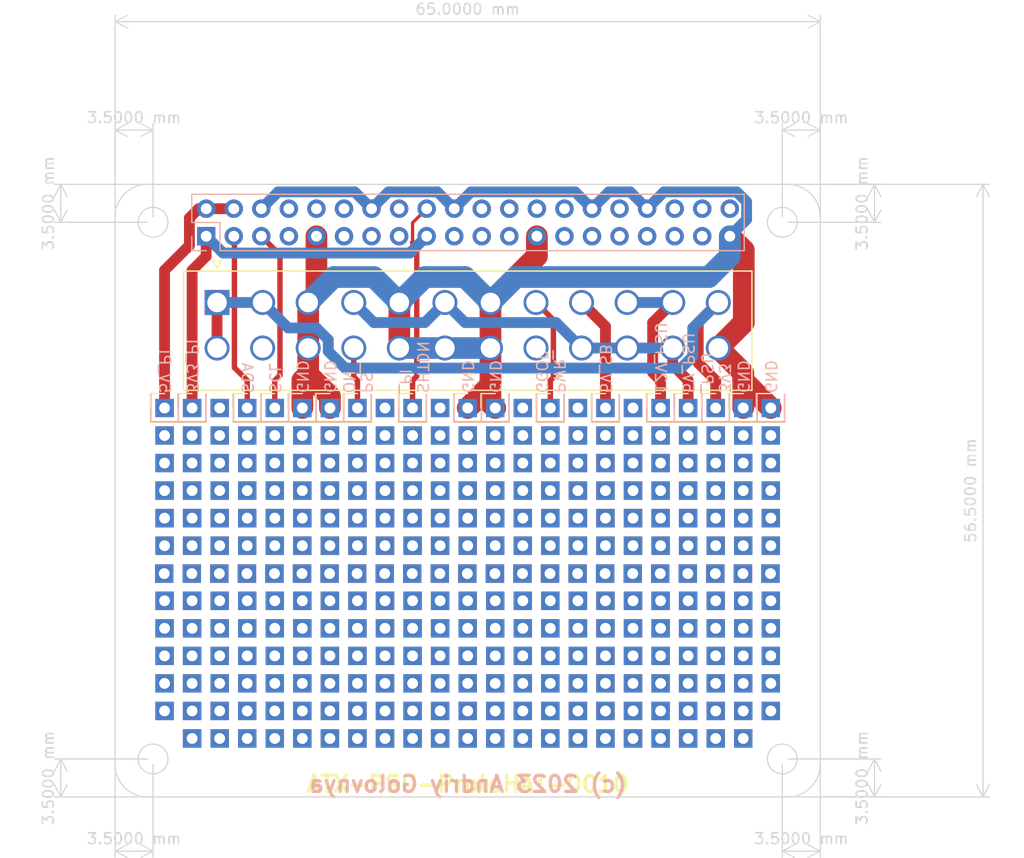
<source format=kicad_pcb>
(kicad_pcb (version 20221018) (generator pcbnew)
  (title_block (title "ATX-PSU-ProtoHAT-0010") (date "2023-05-07") (rev "1.0") (company "(c) 2023 Andriy Golovnya") (comment 1 "ATX PSU Protoboard"))
  (layers (0 "F.Cu" signal) (31 "B.Cu" signal) (34 "B.Paste" user) (35 "F.Paste" user) (36 "B.SilkS" user "B.Silkscreen") (37 "F.SilkS" user "F.Silkscreen") (38 "B.Mask" user) (39 "F.Mask" user) (44 "Edge.Cuts" user))
  (net 0 "")
  (net 1 "+3V3_PI")
  (net 2 "+5V_PI")
  (net 3 "SDA_PI")
  (net 4 "SCL_PI")
  (net 5 "GND")
  (net 14 "SHUTDOWN_PI")
  (net 32 "+3V3_PSU")
  (net 33 "+5V_PSU")
  (net 34 "POWER_GOOD")
  (net 35 "+5V_SB")
  (net 36 "+12V_PSU")
  (net 37 "-12V_PSU")
  (net 38 "PS_ON")
  (footprint "" (layer "F.Cu") (at 142.24 124.46)
    (fp_text reference "")
    (fp_text value "")
  )
  (footprint "" (layer "F.Cu") (at 149.86 96.52)
    (fp_text reference "")
    (fp_text value "")
  )
  (footprint "" (layer "F.Cu") (at 175.26 99.06)
    (fp_text reference "")
    (fp_text value "")
  )
  (footprint "" (layer "F.Cu") (at 172.690674 109.253119)
    (fp_text reference "")
    (fp_text value "")
  )
  (footprint "" (layer "F.Cu") (at 124.46 96.52)
    (fp_text reference "")
    (fp_text value "")
  )
  (footprint "Connector_PinHeader_2.54mm:PinHeader_1x01_P2.54mm_Vertical" (layer "F.Cu") (at 177.8 93.98)
    (fp_text reference "J19" hide)
    (fp_text value "GND" hide)
  )
  (footprint "" (layer "F.Cu") (at 160.02 119.38)
    (fp_text reference "")
    (fp_text value "")
  )
  (footprint "" (layer "F.Cu") (at 152.4 111.76)
    (fp_text reference "")
    (fp_text value "")
  )
  (footprint "" (layer "F.Cu") (at 144.78 111.76)
    (fp_text reference "")
    (fp_text value "")
  )
  (footprint "Connector_PinHeader_2.54mm:PinHeader_1x01_P2.54mm_Vertical" (layer "F.Cu") (at 154.94 93.98)
    (fp_text reference "J10" hide)
    (fp_text value "GND" hide)
  )
  (footprint "" (layer "F.Cu") (at 154.910674 109.253119)
    (fp_text reference "")
    (fp_text value "")
  )
  (footprint "" (layer "F.Cu") (at 152.4 116.84)
    (fp_text reference "")
    (fp_text value "")
  )
  (footprint "" (layer "F.Cu") (at 165.1 101.6)
    (fp_text reference "")
    (fp_text value "")
  )
  (footprint "" (layer "F.Cu") (at 129.54 104.14)
    (fp_text reference "")
    (fp_text value "")
  )
  (footprint "" (layer "F.Cu") (at 127 106.68)
    (fp_text reference "")
    (fp_text value "")
  )
  (footprint "" (layer "F.Cu") (at 177.8 96.52)
    (fp_text reference "")
    (fp_text value "")
  )
  (footprint "" (layer "F.Cu") (at 167.64 104.14)
    (fp_text reference "")
    (fp_text value "")
  )
  (footprint "" (layer "F.Cu") (at 160.02 99.06)
    (fp_text reference "")
    (fp_text value "")
  )
  (footprint "" (layer "F.Cu") (at 177.8 114.3)
    (fp_text reference "")
    (fp_text value "")
  )
  (footprint "" (layer "F.Cu") (at 147.32 114.3)
    (fp_text reference "")
    (fp_text value "")
  )
  (footprint "" (layer "F.Cu") (at 149.86 106.68)
    (fp_text reference "")
    (fp_text value "")
  )
  (footprint "" (layer "F.Cu") (at 139.7 101.6)
    (fp_text reference "")
    (fp_text value "")
  )
  (footprint "" (layer "F.Cu") (at 162.56 99.06)
    (fp_text reference "")
    (fp_text value "")
  )
  (footprint "" (layer "F.Cu") (at 147.32 96.52)
    (fp_text reference "")
    (fp_text value "")
  )
  (footprint "" (layer "F.Cu") (at 180.310674 109.253119)
    (fp_text reference "")
    (fp_text value "")
  )
  (footprint "" (layer "F.Cu") (at 170.18 96.52)
    (fp_text reference "")
    (fp_text value "")
  )
  (footprint "" (layer "F.Cu") (at 144.78 104.14)
    (fp_text reference "")
    (fp_text value "")
  )
  (footprint "" (layer "F.Cu") (at 149.86 114.3)
    (fp_text reference "")
    (fp_text value "")
  )
  (footprint "" (layer "F.Cu") (at 124.46 114.3)
    (fp_text reference "")
    (fp_text value "")
  )
  (footprint "" (layer "F.Cu") (at 154.94 99.06)
    (fp_text reference "")
    (fp_text value "")
  )
  (footprint "" (layer "F.Cu") (at 172.72 116.84)
    (fp_text reference "")
    (fp_text value "")
  )
  (footprint "" (layer "F.Cu") (at 165.1 104.14)
    (fp_text reference "")
    (fp_text value "")
  )
  (footprint "" (layer "F.Cu") (at 152.370674 109.253119)
    (fp_text reference "")
    (fp_text value "")
  )
  (footprint "" (layer "F.Cu") (at 162.56 114.3)
    (fp_text reference "")
    (fp_text value "")
  )
  (footprint "" (layer "F.Cu") (at 154.94 114.3)
    (fp_text reference "")
    (fp_text value "")
  )
  (footprint "" (layer "F.Cu") (at 144.78 99.06)
    (fp_text reference "")
    (fp_text value "")
  )
  (footprint "" (layer "F.Cu") (at 157.48 124.46)
    (fp_text reference "")
    (fp_text value "")
  )
  (footprint "" (layer "F.Cu") (at 124.430674 109.253119)
    (fp_text reference "")
    (fp_text value "")
  )
  (footprint "" (layer "F.Cu") (at 134.62 101.6)
    (fp_text reference "")
    (fp_text value "")
  )
  (footprint "" (layer "F.Cu") (at 165.1 99.06)
    (fp_text reference "")
    (fp_text value "")
  )
  (footprint "" (layer "F.Cu") (at 160.02 104.14)
    (fp_text reference "")
    (fp_text value "")
  )
  (footprint "" (layer "F.Cu") (at 177.8 111.76)
    (fp_text reference "")
    (fp_text value "")
  )
  (footprint "" (layer "F.Cu") (at 165.1 116.84)
    (fp_text reference "")
    (fp_text value "")
  )
  (footprint "" (layer "F.Cu") (at 139.7 114.3)
    (fp_text reference "")
    (fp_text value "")
  )
  (footprint "" (layer "F.Cu") (at 134.62 124.46)
    (fp_text reference "")
    (fp_text value "")
  )
  (footprint "ATX-PSU-ProtoHAT:MOLEX_462071024" (layer "F.Cu") (at 129.3 84.25 180)
    (fp_text reference "J11" hide)
    (fp_text value "PSU_CONN" hide)
  )
  (footprint "Connector_PinHeader_2.54mm:PinHeader_1x01_P2.54mm_Vertical" (layer "F.Cu") (at 132.08 93.98)
    (fp_text reference "J4" hide)
    (fp_text value "SDA_PI" hide)
  )
  (footprint "" (layer "F.Cu") (at 124.46 119.38)
    (fp_text reference "")
    (fp_text value "")
  )
  (footprint "" (layer "F.Cu") (at 162.56 121.92)
    (fp_text reference "")
    (fp_text value "")
  )
  (footprint "Connector_PinHeader_2.54mm:PinHeader_1x01_P2.54mm_Vertical" (layer "F.Cu") (at 180.34 93.98)
    (fp_text reference "J18" hide)
    (fp_text value "GND" hide)
  )
  (footprint "" (layer "F.Cu") (at 132.08 116.84)
    (fp_text reference "")
    (fp_text value "")
  )
  (footprint "" (layer "F.Cu") (at 172.72 114.3)
    (fp_text reference "")
    (fp_text value "")
  )
  (footprint "" (layer "F.Cu") (at 165.070674 109.253119)
    (fp_text reference "")
    (fp_text value "")
  )
  (footprint "" (layer "F.Cu") (at 142.24 111.76)
    (fp_text reference "")
    (fp_text value "")
  )
  (footprint "" (layer "F.Cu") (at 172.72 104.14)
    (fp_text reference "")
    (fp_text value "")
  )
  (footprint "" (layer "F.Cu") (at 167.64 121.92)
    (fp_text reference "")
    (fp_text value "")
  )
  (footprint "" (layer "F.Cu") (at 124.46 106.68)
    (fp_text reference "")
    (fp_text value "")
  )
  (footprint "Connector_PinHeader_2.54mm:PinHeader_1x01_P2.54mm_Vertical" (layer "F.Cu") (at 175.26 93.98)
    (fp_text reference "J12" hide)
    (fp_text value "3V3_PSU" hide)
  )
  (footprint "" (layer "F.Cu") (at 180.34 121.92)
    (fp_text reference "")
    (fp_text value "")
  )
  (footprint "" (layer "F.Cu") (at 142.24 119.38)
    (fp_text reference "")
    (fp_text value "")
  )
  (footprint "" (layer "F.Cu") (at 137.16 99.06)
    (fp_text reference "")
    (fp_text value "")
  )
  (footprint "" (layer "F.Cu") (at 165.1 106.68)
    (fp_text reference "")
    (fp_text value "")
  )
  (footprint "" (layer "F.Cu") (at 162.56 116.84)
    (fp_text reference "")
    (fp_text value "")
  )
  (footprint "" (layer "F.Cu") (at 127 96.52)
    (fp_text reference "")
    (fp_text value "")
  )
  (footprint "" (layer "F.Cu") (at 160.02 96.52)
    (fp_text reference "")
    (fp_text value "")
  )
  (footprint "" (layer "F.Cu") (at 157.48 116.84)
    (fp_text reference "")
    (fp_text value "")
  )
  (footprint "" (layer "F.Cu") (at 157.48 101.6)
    (fp_text reference "")
    (fp_text value "")
  )
  (footprint "" (layer "F.Cu") (at 172.72 96.52)
    (fp_text reference "")
    (fp_text value "")
  )
  (footprint "Connector_PinHeader_2.54mm:PinHeader_1x01_P2.54mm_Vertical" (layer "F.Cu") (at 142.24 93.98)
    (fp_text reference "J17" hide)
    (fp_text value "PS_ON" hide)
  )
  (footprint "" (layer "F.Cu") (at 157.48 119.38)
    (fp_text reference "")
    (fp_text value "")
  )
  (footprint "" (layer "F.Cu") (at 175.26 114.3)
    (fp_text reference "")
    (fp_text value "")
  )
  (footprint "" (layer "F.Cu") (at 167.64 119.38)
    (fp_text reference "")
    (fp_text value "")
  )
  (footprint "" (layer "F.Cu") (at 149.86 124.46)
    (fp_text reference "")
    (fp_text value "")
  )
  (footprint "" (layer "F.Cu") (at 144.78 121.92)
    (fp_text reference "")
    (fp_text value "")
  )
  (footprint "" (layer "F.Cu") (at 132.08 96.52)
    (fp_text reference "")
    (fp_text value "")
  )
  (footprint "" (layer "F.Cu") (at 162.56 106.68)
    (fp_text reference "")
    (fp_text value "")
  )
  (footprint "" (layer "F.Cu") (at 154.94 101.6)
    (fp_text reference "")
    (fp_text value "")
  )
  (footprint "" (layer "F.Cu") (at 175.26 104.14)
    (fp_text reference "")
    (fp_text value "")
  )
  (footprint "" (layer "F.Cu") (at 149.86 119.38)
    (fp_text reference "")
    (fp_text value "")
  )
  (footprint "Connector_PinHeader_2.54mm:PinHeader_1x01_P2.54mm_Vertical" (layer "F.Cu") (at 139.7 93.98)
    (fp_text reference "J8" hide)
    (fp_text value "GND" hide)
  )
  (footprint "" (layer "F.Cu") (at 132.08 104.14)
    (fp_text reference "")
    (fp_text value "")
  )
  (footprint "" (layer "F.Cu") (at 167.64 99.06)
    (fp_text reference "")
    (fp_text value "")
  )
  (footprint "" (layer "F.Cu") (at 180.34 99.06)
    (fp_text reference "")
    (fp_text value "")
  )
  (footprint "" (layer "F.Cu") (at 152.4 121.92)
    (fp_text reference "")
    (fp_text value "")
  )
  (footprint "" (layer "F.Cu") (at 157.48 121.92)
    (fp_text reference "")
    (fp_text value "")
  )
  (footprint "" (layer "F.Cu") (at 142.24 104.14)
    (fp_text reference "")
    (fp_text value "")
  )
  (footprint "" (layer "F.Cu") (at 175.26 121.92)
    (fp_text reference "")
    (fp_text value "")
  )
  (footprint "" (layer "F.Cu") (at 134.62 121.92)
    (fp_text reference "")
    (fp_text value "")
  )
  (footprint "" (layer "F.Cu") (at 157.48 96.52)
    (fp_text reference "")
    (fp_text value "")
  )
  (footprint "" (layer "F.Cu") (at 127 124.46)
    (fp_text reference "")
    (fp_text value "")
  )
  (footprint "" (layer "F.Cu") (at 139.670674 109.253119)
    (fp_text reference "")
    (fp_text value "")
  )
  (footprint "" (layer "F.Cu") (at 134.62 96.52)
    (fp_text reference "")
    (fp_text value "")
  )
  (footprint "" (layer "F.Cu") (at 144.78 114.3)
    (fp_text reference "")
    (fp_text value "")
  )
  (footprint "Connector_PinHeader_2.54mm:PinHeader_1x01_P2.54mm_Vertical" (layer "F.Cu") (at 152.4 93.98)
    (fp_text reference "J9" hide)
    (fp_text value "GND" hide)
  )
  (footprint "" (layer "F.Cu") (at 142.24 116.84)
    (fp_text reference "")
    (fp_text value "")
  )
  (footprint "" (layer "F.Cu") (at 129.54 106.68)
    (fp_text reference "")
    (fp_text value "")
  )
  (footprint "" (layer "F.Cu") (at 180.34 104.14)
    (fp_text reference "")
    (fp_text value "")
  )
  (footprint "" (layer "F.Cu") (at 154.94 124.46)
    (fp_text reference "")
    (fp_text value "")
  )
  (footprint "" (layer "F.Cu") (at 139.7 124.46)
    (fp_text reference "")
    (fp_text value "")
  )
  (footprint "" (layer "F.Cu") (at 172.72 119.38)
    (fp_text reference "")
    (fp_text value "")
  )
  (footprint "" (layer "F.Cu") (at 149.830674 109.253119)
    (fp_text reference "")
    (fp_text value "")
  )
  (footprint "" (layer "F.Cu") (at 175.26 116.84)
    (fp_text reference "")
    (fp_text value "")
  )
  (footprint "" (layer "F.Cu") (at 160.02 121.92)
    (fp_text reference "")
    (fp_text value "")
  )
  (footprint "" (layer "F.Cu") (at 154.94 121.92)
    (fp_text reference "")
    (fp_text value "")
  )
  (footprint "" (layer "F.Cu") (at 152.4 119.38)
    (fp_text reference "")
    (fp_text value "")
  )
  (footprint "" (layer "F.Cu") (at 144.78 101.6)
    (fp_text reference "")
    (fp_text value "")
  )
  (footprint "" (layer "F.Cu") (at 180.34 96.52)
    (fp_text reference "")
    (fp_text value "")
  )
  (footprint "" (layer "F.Cu") (at 177.8 124.46)
    (fp_text reference "")
    (fp_text value "")
  )
  (footprint "" (layer "F.Cu") (at 157.48 104.14)
    (fp_text reference "")
    (fp_text value "")
  )
  (footprint "" (layer "F.Cu") (at 175.26 119.38)
    (fp_text reference "")
    (fp_text value "")
  )
  (footprint "" (layer "F.Cu") (at 124.46 116.84)
    (fp_text reference "")
    (fp_text value "")
  )
  (footprint "" (layer "F.Cu") (at 177.770674 109.253119)
    (fp_text reference "")
    (fp_text value "")
  )
  (footprint "" (layer "F.Cu") (at 139.7 119.38)
    (fp_text reference "")
    (fp_text value "")
  )
  (footprint "Connector_PinHeader_2.54mm:PinHeader_1x01_P2.54mm_Vertical" (layer "F.Cu") (at 160.02 93.98)
    (fp_text reference "J16" hide)
    (fp_text value "POWER_GOOD" hide)
  )
  (footprint "" (layer "F.Cu") (at 154.94 116.84)
    (fp_text reference "")
    (fp_text value "")
  )
  (footprint "" (layer "F.Cu") (at 152.4 104.14)
    (fp_text reference "")
    (fp_text value "")
  )
  (footprint "" (layer "F.Cu") (at 137.16 116.84)
    (fp_text reference "")
    (fp_text value "")
  )
  (footprint "" (layer "F.Cu") (at 139.7 104.14)
    (fp_text reference "")
    (fp_text value "")
  )
  (footprint "" (layer "F.Cu") (at 129.54 111.76)
    (fp_text reference "")
    (fp_text value "")
  )
  (footprint "" (layer "F.Cu") (at 180.34 101.6)
    (fp_text reference "")
    (fp_text value "")
  )
  (footprint "" (layer "F.Cu") (at 127 111.76)
    (fp_text reference "")
    (fp_text value "")
  )
  (footprint "" (layer "F.Cu") (at 129.54 116.84)
    (fp_text reference "")
    (fp_text value "")
  )
  (footprint "" (layer "F.Cu") (at 175.26 111.76)
    (fp_text reference "")
    (fp_text value "")
  )
  (footprint "" (layer "F.Cu") (at 165.1 96.52)
    (fp_text reference "")
    (fp_text value "")
  )
  (footprint "" (layer "F.Cu") (at 157.48 99.06)
    (fp_text reference "")
    (fp_text value "")
  )
  (footprint "" (layer "F.Cu") (at 177.8 104.14)
    (fp_text reference "")
    (fp_text value "")
  )
  (footprint "" (layer "F.Cu") (at 134.62 106.68)
    (fp_text reference "")
    (fp_text value "")
  )
  (footprint "" (layer "F.Cu") (at 137.16 96.52)
    (fp_text reference "")
    (fp_text value "")
  )
  (footprint "" (layer "F.Cu") (at 177.8 106.68)
    (fp_text reference "")
    (fp_text value "")
  )
  (footprint "" (layer "F.Cu") (at 160.02 111.76)
    (fp_text reference "")
    (fp_text value "")
  )
  (footprint "" (layer "F.Cu") (at 172.72 111.76)
    (fp_text reference "")
    (fp_text value "")
  )
  (footprint "" (layer "F.Cu") (at 159.990674 109.253119)
    (fp_text reference "")
    (fp_text value "")
  )
  (footprint "Connector_PinHeader_2.54mm:PinHeader_1x01_P2.54mm_Vertical" (layer "F.Cu") (at 165.1 93.98)
    (fp_text reference "J14" hide)
    (fp_text value "5V_SB" hide)
  )
  (footprint "" (layer "F.Cu") (at 147.290674 109.253119)
    (fp_text reference "")
    (fp_text value "")
  )
  (footprint "" (layer "F.Cu") (at 142.210674 109.253119)
    (fp_text reference "")
    (fp_text value "")
  )
  (footprint "" (layer "F.Cu") (at 134.62 114.3)
    (fp_text reference "")
    (fp_text value "")
  )
  (footprint "" (layer "F.Cu") (at 144.78 116.84)
    (fp_text reference "")
    (fp_text value "")
  )
  (footprint "" (layer "F.Cu") (at 177.8 121.92)
    (fp_text reference "")
    (fp_text value "")
  )
  (footprint "" (layer "F.Cu") (at 132.08 124.46)
    (fp_text reference "")
    (fp_text value "")
  )
  (footprint "" (layer "F.Cu") (at 170.18 101.6)
    (fp_text reference "")
    (fp_text value "")
  )
  (footprint "" (layer "F.Cu") (at 165.1 119.38)
    (fp_text reference "")
    (fp_text value "")
  )
  (footprint "" (layer "F.Cu") (at 157.48 93.98)
    (fp_text reference "")
    (fp_text value "")
  )
  (footprint "" (layer "F.Cu") (at 180.34 106.68)
    (fp_text reference "")
    (fp_text value "")
  )
  (footprint "" (layer "F.Cu") (at 139.7 116.84)
    (fp_text reference "")
    (fp_text value "")
  )
  (footprint "" (layer "F.Cu") (at 134.62 99.06)
    (fp_text reference "")
    (fp_text value "")
  )
  (footprint "" (layer "F.Cu") (at 170.18 124.46)
    (fp_text reference "")
    (fp_text value "")
  )
  (footprint "" (layer "F.Cu") (at 149.86 116.84)
    (fp_text reference "")
    (fp_text value "")
  )
  (footprint "" (layer "F.Cu") (at 165.1 114.3)
    (fp_text reference "")
    (fp_text value "")
  )
  (footprint "" (layer "F.Cu") (at 132.08 121.92)
    (fp_text reference "")
    (fp_text value "")
  )
  (footprint "" (layer "F.Cu") (at 149.86 104.14)
    (fp_text reference "")
    (fp_text value "")
  )
  (footprint "" (layer "F.Cu") (at 170.18 114.3)
    (fp_text reference "")
    (fp_text value "")
  )
  (footprint "" (layer "F.Cu") (at 139.7 121.92)
    (fp_text reference "")
    (fp_text value "")
  )
  (footprint "" (layer "F.Cu") (at 170.150674 109.253119)
    (fp_text reference "")
    (fp_text value "")
  )
  (footprint "" (layer "F.Cu") (at 129.54 96.52)
    (fp_text reference "")
    (fp_text value "")
  )
  (footprint "" (layer "F.Cu") (at 180.34 116.84)
    (fp_text reference "")
    (fp_text value "")
  )
  (footprint "" (layer "F.Cu") (at 149.86 111.76)
    (fp_text reference "")
    (fp_text value "")
  )
  (footprint "" (layer "F.Cu") (at 162.56 101.6)
    (fp_text reference "")
    (fp_text value "")
  )
  (footprint "" (layer "F.Cu") (at 167.64 116.84)
    (fp_text reference "")
    (fp_text value "")
  )
  (footprint "" (layer "F.Cu") (at 149.86 93.98)
    (fp_text reference "")
    (fp_text value "")
  )
  (footprint "" (layer "F.Cu") (at 152.4 114.3)
    (fp_text reference "")
    (fp_text value "")
  )
  (footprint "" (layer "F.Cu") (at 147.32 111.76)
    (fp_text reference "")
    (fp_text value "")
  )
  (footprint "" (layer "F.Cu") (at 172.72 99.06)
    (fp_text reference "")
    (fp_text value "")
  )
  (footprint "" (layer "F.Cu") (at 147.32 104.14)
    (fp_text reference "")
    (fp_text value "")
  )
  (footprint "" (layer "F.Cu") (at 167.610674 109.253119)
    (fp_text reference "")
    (fp_text value "")
  )
  (footprint "" (layer "F.Cu") (at 152.4 101.6)
    (fp_text reference "")
    (fp_text value "")
  )
  (footprint "" (layer "F.Cu") (at 134.62 119.38)
    (fp_text reference "")
    (fp_text value "")
  )
  (footprint "" (layer "F.Cu") (at 137.16 119.38)
    (fp_text reference "")
    (fp_text value "")
  )
  (footprint "" (layer "F.Cu") (at 152.4 124.46)
    (fp_text reference "")
    (fp_text value "")
  )
  (footprint "" (layer "F.Cu") (at 167.64 124.46)
    (fp_text reference "")
    (fp_text value "")
  )
  (footprint "" (layer "F.Cu") (at 134.590674 109.253119)
    (fp_text reference "")
    (fp_text value "")
  )
  (footprint "" (layer "F.Cu") (at 160.02 101.6)
    (fp_text reference "")
    (fp_text value "")
  )
  (footprint "" (layer "F.Cu") (at 154.94 119.38)
    (fp_text reference "")
    (fp_text value "")
  )
  (footprint "" (layer "F.Cu") (at 180.34 114.3)
    (fp_text reference "")
    (fp_text value "")
  )
  (footprint "" (layer "F.Cu") (at 175.230674 109.253119)
    (fp_text reference "")
    (fp_text value "")
  )
  (footprint "" (layer "F.Cu") (at 132.08 99.06)
    (fp_text reference "")
    (fp_text value "")
  )
  (footprint "" (layer "F.Cu") (at 137.16 114.3)
    (fp_text reference "")
    (fp_text value "")
  )
  (footprint "" (layer "F.Cu") (at 170.18 119.38)
    (fp_text reference "")
    (fp_text value "")
  )
  (footprint "Connector_PinHeader_2.54mm:PinHeader_1x01_P2.54mm_Vertical" (layer "F.Cu") (at 127 93.98)
    (fp_text reference "J2" hide)
    (fp_text value "3V3_PI" hide)
  )
  (footprint "" (layer "F.Cu") (at 162.56 96.52)
    (fp_text reference "")
    (fp_text value "")
  )
  (footprint "" (layer "F.Cu") (at 177.8 99.06)
    (fp_text reference "")
    (fp_text value "")
  )
  (footprint "" (layer "F.Cu") (at 132.08 106.68)
    (fp_text reference "")
    (fp_text value "")
  )
  (footprint "" (layer "F.Cu") (at 126.970674 109.253119)
    (fp_text reference "")
    (fp_text value "")
  )
  (footprint "" (layer "F.Cu") (at 154.94 106.68)
    (fp_text reference "")
    (fp_text value "")
  )
  (footprint "" (layer "F.Cu") (at 132.050674 109.253119)
    (fp_text reference "")
    (fp_text value "")
  )
  (footprint "" (layer "F.Cu") (at 152.4 96.52)
    (fp_text reference "")
    (fp_text value "")
  )
  (footprint "" (layer "F.Cu") (at 147.32 119.38)
    (fp_text reference "")
    (fp_text value "")
  )
  (footprint "" (layer "F.Cu") (at 170.18 104.14)
    (fp_text reference "")
    (fp_text value "")
  )
  (footprint "" (layer "F.Cu") (at 132.08 119.38)
    (fp_text reference "")
    (fp_text value "")
  )
  (footprint "" (layer "F.Cu") (at 162.56 124.46)
    (fp_text reference "")
    (fp_text value "")
  )
  (footprint "" (layer "F.Cu") (at 142.24 99.06)
    (fp_text reference "")
    (fp_text value "")
  )
  (footprint "" (layer "F.Cu") (at 177.8 119.38)
    (fp_text reference "")
    (fp_text value "")
  )
  (footprint "" (layer "F.Cu") (at 167.64 111.76)
    (fp_text reference "")
    (fp_text value "")
  )
  (footprint "" (layer "F.Cu") (at 149.86 101.6)
    (fp_text reference "")
    (fp_text value "")
  )
  (footprint "" (layer "F.Cu") (at 154.94 111.76)
    (fp_text reference "")
    (fp_text value "")
  )
  (footprint "" (layer "F.Cu") (at 167.64 114.3)
    (fp_text reference "")
    (fp_text value "")
  )
  (footprint "" (layer "F.Cu") (at 144.78 119.38)
    (fp_text reference "")
    (fp_text value "")
  )
  (footprint "Connector_PinHeader_2.54mm:PinHeader_1x01_P2.54mm_Vertical" (layer "F.Cu") (at 137.16 93.98)
    (fp_text reference "J7" hide)
    (fp_text value "GND" hide)
  )
  (footprint "" (layer "F.Cu") (at 177.8 116.84)
    (fp_text reference "")
    (fp_text value "")
  )
  (footprint "" (layer "F.Cu") (at 175.26 96.52)
    (fp_text reference "")
    (fp_text value "")
  )
  (footprint "" (layer "F.Cu") (at 137.16 121.92)
    (fp_text reference "")
    (fp_text value "")
  )
  (footprint "" (layer "F.Cu") (at 137.16 124.46)
    (fp_text reference "")
    (fp_text value "")
  )
  (footprint "" (layer "F.Cu") (at 137.16 111.76)
    (fp_text reference "")
    (fp_text value "")
  )
  (footprint "" (layer "F.Cu") (at 139.7 106.68)
    (fp_text reference "")
    (fp_text value "")
  )
  (footprint "" (layer "F.Cu") (at 172.72 106.68)
    (fp_text reference "")
    (fp_text value "")
  )
  (footprint "" (layer "F.Cu") (at 129.54 119.38)
    (fp_text reference "")
    (fp_text value "")
  )
  (footprint "" (layer "F.Cu") (at 129.54 124.46)
    (fp_text reference "")
    (fp_text value "")
  )
  (footprint "" (layer "F.Cu") (at 129.54 93.98)
    (fp_text reference "")
    (fp_text value "")
  )
  (footprint "" (layer "F.Cu") (at 124.46 121.92)
    (fp_text reference "")
    (fp_text value "")
  )
  (footprint "" (layer "F.Cu") (at 162.56 111.76)
    (fp_text reference "")
    (fp_text value "")
  )
  (footprint "" (layer "F.Cu") (at 167.64 101.6)
    (fp_text reference "")
    (fp_text value "")
  )
  (footprint "" (layer "F.Cu") (at 147.32 121.92)
    (fp_text reference "")
    (fp_text value "")
  )
  (footprint "" (layer "F.Cu") (at 127 101.6)
    (fp_text reference "")
    (fp_text value "")
  )
  (footprint "" (layer "F.Cu") (at 142.24 114.3)
    (fp_text reference "")
    (fp_text value "")
  )
  (footprint "Connector_PinHeader_2.54mm:PinHeader_1x01_P2.54mm_Vertical" (layer "F.Cu") (at 124.46 93.98)
    (fp_text reference "J3" hide)
    (fp_text value "5V_PI" hide)
  )
  (footprint "" (layer "F.Cu") (at 160.02 114.3)
    (fp_text reference "")
    (fp_text value "")
  )
  (footprint "" (layer "F.Cu") (at 142.24 121.92)
    (fp_text reference "")
    (fp_text value "")
  )
  (footprint "" (layer "F.Cu") (at 172.72 124.46)
    (fp_text reference "")
    (fp_text value "")
  )
  (footprint "" (layer "F.Cu") (at 142.24 101.6)
    (fp_text reference "")
    (fp_text value "")
  )
  (footprint "" (layer "F.Cu") (at 144.78 124.46)
    (fp_text reference "")
    (fp_text value "")
  )
  (footprint "" (layer "F.Cu") (at 170.18 116.84)
    (fp_text reference "")
    (fp_text value "")
  )
  (footprint "Connector_PinHeader_2.54mm:PinHeader_1x01_P2.54mm_Vertical" (layer "F.Cu") (at 172.72 93.98)
    (fp_text reference "J13" hide)
    (fp_text value "5V_PSU" hide)
  )
  (footprint "" (layer "F.Cu") (at 147.32 116.84)
    (fp_text reference "")
    (fp_text value "")
  )
  (footprint "" (layer "F.Cu") (at 170.18 111.76)
    (fp_text reference "")
    (fp_text value "")
  )
  (footprint "" (layer "F.Cu") (at 149.86 99.06)
    (fp_text reference "")
    (fp_text value "")
  )
  (footprint "" (layer "F.Cu") (at 162.56 93.98)
    (fp_text reference "")
    (fp_text value "")
  )
  (footprint "" (layer "F.Cu") (at 167.64 96.52)
    (fp_text reference "")
    (fp_text value "")
  )
  (footprint "" (layer "F.Cu") (at 147.32 106.68)
    (fp_text reference "")
    (fp_text value "")
  )
  (footprint "" (layer "F.Cu") (at 137.16 104.14)
    (fp_text reference "")
    (fp_text value "")
  )
  (footprint "" (layer "F.Cu") (at 167.64 93.98)
    (fp_text reference "")
    (fp_text value "")
  )
  (footprint "Connector_PinHeader_2.54mm:PinHeader_1x01_P2.54mm_Vertical" (layer "F.Cu") (at 170.18 93.98)
    (fp_text reference "J15" hide)
    (fp_text value "12V_PSU" hide)
  )
  (footprint "" (layer "F.Cu") (at 132.08 111.76)
    (fp_text reference "")
    (fp_text value "")
  )
  (footprint "" (layer "F.Cu") (at 157.48 111.76)
    (fp_text reference "")
    (fp_text value "")
  )
  (footprint "" (layer "F.Cu") (at 132.08 101.6)
    (fp_text reference "")
    (fp_text value "")
  )
  (footprint "" (layer "F.Cu") (at 152.4 99.06)
    (fp_text reference "")
    (fp_text value "")
  )
  (footprint "" (layer "F.Cu") (at 170.18 106.68)
    (fp_text reference "")
    (fp_text value "")
  )
  (footprint "" (layer "F.Cu") (at 144.750674 109.253119)
    (fp_text reference "")
    (fp_text value "")
  )
  (footprint "" (layer "F.Cu") (at 134.62 111.76)
    (fp_text reference "")
    (fp_text value "")
  )
  (footprint "" (layer "F.Cu") (at 162.530674 109.253119)
    (fp_text reference "")
    (fp_text value "")
  )
  (footprint "" (layer "F.Cu") (at 154.94 96.52)
    (fp_text reference "")
    (fp_text value "")
  )
  (footprint "" (layer "F.Cu") (at 124.46 111.76)
    (fp_text reference "")
    (fp_text value "")
  )
  (footprint "" (layer "F.Cu") (at 172.72 121.92)
    (fp_text reference "")
    (fp_text value "")
  )
  (footprint "" (layer "F.Cu") (at 127 121.92)
    (fp_text reference "")
    (fp_text value "")
  )
  (footprint "" (layer "F.Cu") (at 175.26 106.68)
    (fp_text reference "")
    (fp_text value "")
  )
  (footprint "Connector_PinHeader_2.54mm:PinHeader_1x01_P2.54mm_Vertical" (layer "F.Cu") (at 134.62 93.98)
    (fp_text reference "J5" hide)
    (fp_text value "SCL_PI" hide)
  )
  (footprint "" (layer "F.Cu") (at 137.16 106.68)
    (fp_text reference "")
    (fp_text value "")
  )
  (footprint "" (layer "F.Cu") (at 175.26 101.6)
    (fp_text reference "")
    (fp_text value "")
  )
  (footprint "" (layer "F.Cu") (at 124.46 104.14)
    (fp_text reference "")
    (fp_text value "")
  )
  (footprint "" (layer "F.Cu") (at 139.7 99.06)
    (fp_text reference "")
    (fp_text value "")
  )
  (footprint "" (layer "F.Cu") (at 127 99.06)
    (fp_text reference "")
    (fp_text value "")
  )
  (footprint "Connector_PinHeader_2.54mm:PinHeader_1x01_P2.54mm_Vertical" (layer "F.Cu") (at 147.32 93.98)
    (fp_text reference "J6" hide)
    (fp_text value "SHUTDOWN_PI" hide)
  )
  (footprint "" (layer "F.Cu") (at 137.16 101.6)
    (fp_text reference "")
    (fp_text value "")
  )
  (footprint "" (layer "F.Cu") (at 165.1 124.46)
    (fp_text reference "")
    (fp_text value "")
  )
  (footprint "" (layer "F.Cu") (at 160.02 124.46)
    (fp_text reference "")
    (fp_text value "")
  )
  (footprint "" (layer "F.Cu") (at 170.18 99.06)
    (fp_text reference "")
    (fp_text value "")
  )
  (footprint "" (layer "F.Cu") (at 144.78 106.68)
    (fp_text reference "")
    (fp_text value "")
  )
  (footprint "" (layer "F.Cu") (at 139.7 111.76)
    (fp_text reference "")
    (fp_text value "")
  )
  (footprint "" (layer "F.Cu") (at 137.130674 109.253119)
    (fp_text reference "")
    (fp_text value "")
  )
  (footprint "" (layer "F.Cu") (at 124.46 99.06)
    (fp_text reference "")
    (fp_text value "")
  )
  (footprint "" (layer "F.Cu") (at 157.450674 109.253119)
    (fp_text reference "")
    (fp_text value "")
  )
  (footprint "" (layer "F.Cu") (at 162.56 119.38)
    (fp_text reference "")
    (fp_text value "")
  )
  (footprint "" (layer "F.Cu") (at 132.08 114.3)
    (fp_text reference "")
    (fp_text value "")
  )
  (footprint "" (layer "F.Cu") (at 129.54 121.92)
    (fp_text reference "")
    (fp_text value "")
  )
  (footprint "" (layer "F.Cu") (at 147.32 101.6)
    (fp_text reference "")
    (fp_text value "")
  )
  (footprint "" (layer "F.Cu") (at 127 104.14)
    (fp_text reference "")
    (fp_text value "")
  )
  (footprint "" (layer "F.Cu") (at 129.54 101.6)
    (fp_text reference "")
    (fp_text value "")
  )
  (footprint "" (layer "F.Cu") (at 167.64 106.68)
    (fp_text reference "")
    (fp_text value "")
  )
  (footprint "" (layer "F.Cu") (at 175.26 124.46)
    (fp_text reference "")
    (fp_text value "")
  )
  (footprint "" (layer "F.Cu") (at 152.4 106.68)
    (fp_text reference "")
    (fp_text value "")
  )
  (footprint "" (layer "F.Cu") (at 142.24 106.68)
    (fp_text reference "")
    (fp_text value "")
  )
  (footprint "" (layer "F.Cu") (at 157.48 114.3)
    (fp_text reference "")
    (fp_text value "")
  )
  (footprint "" (layer "F.Cu") (at 180.34 111.76)
    (fp_text reference "")
    (fp_text value "")
  )
  (footprint "" (layer "F.Cu") (at 129.54 114.3)
    (fp_text reference "")
    (fp_text value "")
  )
  (footprint "" (layer "F.Cu") (at 180.34 119.38)
    (fp_text reference "")
    (fp_text value "")
  )
  (footprint "" (layer "F.Cu") (at 170.18 121.92)
    (fp_text reference "")
    (fp_text value "")
  )
  (footprint "" (layer "F.Cu") (at 147.32 99.06)
    (fp_text reference "")
    (fp_text value "")
  )
  (footprint "" (layer "F.Cu") (at 177.8 101.6)
    (fp_text reference "")
    (fp_text value "")
  )
  (footprint "" (layer "F.Cu") (at 127 116.84)
    (fp_text reference "")
    (fp_text value "")
  )
  (footprint "" (layer "F.Cu") (at 160.02 116.84)
    (fp_text reference "")
    (fp_text value "")
  )
  (footprint "" (layer "F.Cu") (at 142.24 96.52)
    (fp_text reference "")
    (fp_text value "")
  )
  (footprint "" (layer "F.Cu") (at 127 114.3)
    (fp_text reference "")
    (fp_text value "")
  )
  (footprint "" (layer "F.Cu") (at 144.78 93.98)
    (fp_text reference "")
    (fp_text value "")
  )
  (footprint "" (layer "F.Cu") (at 147.32 124.46)
    (fp_text reference "")
    (fp_text value "")
  )
  (footprint "" (layer "F.Cu") (at 162.56 104.14)
    (fp_text reference "")
    (fp_text value "")
  )
  (footprint "" (layer "F.Cu") (at 157.48 106.68)
    (fp_text reference "")
    (fp_text value "")
  )
  (footprint "" (layer "F.Cu") (at 129.510674 109.253119)
    (fp_text reference "")
    (fp_text value "")
  )
  (footprint "" (layer "F.Cu") (at 165.1 121.92)
    (fp_text reference "")
    (fp_text value "")
  )
  (footprint "" (layer "F.Cu") (at 160.02 106.68)
    (fp_text reference "")
    (fp_text value "")
  )
  (footprint "" (layer "F.Cu") (at 172.72 101.6)
    (fp_text reference "")
    (fp_text value "")
  )
  (footprint "" (layer "F.Cu") (at 139.7 96.52)
    (fp_text reference "")
    (fp_text value "")
  )
  (footprint "" (layer "F.Cu") (at 127 119.38)
    (fp_text reference "")
    (fp_text value "")
  )
  (footprint "" (layer "F.Cu") (at 124.46 101.6)
    (fp_text reference "")
    (fp_text value "")
  )
  (footprint "" (layer "F.Cu") (at 129.54 99.06)
    (fp_text reference "")
    (fp_text value "")
  )
  (footprint "" (layer "F.Cu") (at 165.1 111.76)
    (fp_text reference "")
    (fp_text value "")
  )
  (footprint "" (layer "F.Cu") (at 154.94 104.14)
    (fp_text reference "")
    (fp_text value "")
  )
  (footprint "" (layer "F.Cu") (at 134.62 104.14)
    (fp_text reference "")
    (fp_text value "")
  )
  (footprint "" (layer "F.Cu") (at 134.62 116.84)
    (fp_text reference "")
    (fp_text value "")
  )
  (footprint "" (layer "F.Cu") (at 149.86 121.92)
    (fp_text reference "")
    (fp_text value "")
  )
  (footprint "" (layer "F.Cu") (at 144.78 96.52)
    (fp_text reference "")
    (fp_text value "")
  )
  (footprint "Connector_PinSocket_2.54mm:PinSocket_2x20_P2.54mm_Vertical" (layer "B.Cu") (at 128.3 78.14 -90)
    (fp_text reference "J1" hide)
    (fp_text value "PI_CONN" hide)
  )
  (gr_line (start 179.07 92.71) (end 179.07 95.25) (stroke (width 0.15)) (layer "B.SilkS"))
  (gr_line (start 153.67 95.25) (end 153.67 92.71) (stroke (width 0.15)) (layer "B.SilkS"))
  (gr_line (start 166.37 95.25) (end 166.37 92.71) (stroke (width 0.15)) (layer "B.SilkS"))
  (gr_line (start 151.13 95.25) (end 153.67 95.25) (stroke (width 0.15)) (layer "B.SilkS"))
  (gr_line (start 176.53 92.71) (end 176.53 95.25) (stroke (width 0.15)) (layer "B.SilkS"))
  (gr_line (start 128.27 95.25) (end 128.27 92.71) (stroke (width 0.15)) (layer "B.SilkS"))
  (gr_line (start 125.73 95.25) (end 125.73 92.71) (stroke (width 0.15)) (layer "B.SilkS"))
  (gr_line (start 123.19 92.71) (end 123.19 95.25) (stroke (width 0.15)) (layer "B.SilkS"))
  (gr_line (start 161.29 92.71) (end 161.29 95.25) (stroke (width 0.15)) (layer "B.SilkS"))
  (gr_line (start 173.99 92.71) (end 173.99 95.25) (stroke (width 0.15)) (layer "B.SilkS"))
  (gr_line (start 130.81 95.25) (end 143.51 95.25) (stroke (width 0.15)) (layer "B.SilkS"))
  (gr_line (start 181.61 95.25) (end 181.61 92.71) (stroke (width 0.15)) (layer "B.SilkS"))
  (gr_line (start 146.05 92.71) (end 146.05 95.25) (stroke (width 0.15)) (layer "B.SilkS"))
  (gr_line (start 146.05 95.25) (end 148.59 95.25) (stroke (width 0.15)) (layer "B.SilkS"))
  (gr_line (start 140.97 92.71) (end 140.97 95.25) (stroke (width 0.15)) (layer "B.SilkS"))
  (gr_line (start 153.67 95.25) (end 156.21 95.25) (stroke (width 0.15)) (layer "B.SilkS"))
  (gr_line (start 148.59 95.25) (end 148.59 92.71) (stroke (width 0.15)) (layer "B.SilkS"))
  (gr_line (start 158.75 92.71) (end 158.75 95.25) (stroke (width 0.15)) (layer "B.SilkS"))
  (gr_line (start 133.35 92.71) (end 133.35 95.25) (stroke (width 0.15)) (layer "B.SilkS"))
  (gr_line (start 135.89 92.71) (end 135.89 95.25) (stroke (width 0.15)) (layer "B.SilkS"))
  (gr_line (start 151.13 92.71) (end 151.13 95.25) (stroke (width 0.15)) (layer "B.SilkS"))
  (gr_line (start 156.21 95.25) (end 156.21 92.71) (stroke (width 0.15)) (layer "B.SilkS"))
  (gr_line (start 168.91 95.25) (end 181.61 95.25) (stroke (width 0.15)) (layer "B.SilkS"))
  (gr_line (start 163.83 92.71) (end 163.83 95.25) (stroke (width 0.15)) (layer "B.SilkS"))
  (gr_line (start 143.51 95.25) (end 143.51 92.71) (stroke (width 0.15)) (layer "B.SilkS"))
  (gr_line (start 130.81 92.71) (end 130.81 95.25) (stroke (width 0.15)) (layer "B.SilkS"))
  (gr_line (start 163.83 95.25) (end 166.37 95.25) (stroke (width 0.15)) (layer "B.SilkS"))
  (gr_line (start 158.75 95.25) (end 161.29 95.25) (stroke (width 0.15)) (layer "B.SilkS"))
  (gr_line (start 125.73 95.25) (end 128.27 95.25) (stroke (width 0.15)) (layer "B.SilkS"))
  (gr_line (start 123.19 95.25) (end 125.73 95.25) (stroke (width 0.15)) (layer "B.SilkS"))
  (gr_line (start 138.43 92.71) (end 138.43 95.25) (stroke (width 0.15)) (layer "B.SilkS"))
  (gr_line (start 168.91 92.71) (end 168.91 95.25) (stroke (width 0.15)) (layer "B.SilkS"))
  (gr_line (start 171.45 92.71) (end 171.45 95.25) (stroke (width 0.15)) (layer "B.SilkS"))
  (gr_arc (start 122.9 129.85) (mid 120.77868 128.97132) (end 119.9 126.85) (stroke (width 0.1)) (layer "Edge.Cuts"))
  (gr_line (start 184.9 76.35) (end 184.9 126.85) (stroke (width 0.1)) (layer "Edge.Cuts"))
  (gr_line (start 181.9 129.85) (end 122.9 129.85) (stroke (width 0.1)) (layer "Edge.Cuts"))
  (gr_arc (start 184.9 126.85) (mid 184.02132 128.97132) (end 181.9 129.85) (stroke (width 0.1)) (layer "Edge.Cuts"))
  (gr_line (start 122.9 73.35) (end 181.9 73.35) (stroke (width 0.1)) (layer "Edge.Cuts"))
  (gr_circle (center 181.4 76.85) (end 182.775 76.85) (stroke (width 0.1)) (fill none) (layer "Edge.Cuts"))
  (gr_circle (center 123.4 126.35) (end 124.775 126.35) (stroke (width 0.1)) (fill none) (layer "Edge.Cuts"))
  (gr_circle (center 181.4 126.35) (end 182.775 126.35) (stroke (width 0.1)) (fill none) (layer "Edge.Cuts"))
  (gr_circle (center 123.4 76.85) (end 124.775 76.85) (stroke (width 0.1)) (fill none) (layer "Edge.Cuts"))
  (gr_line (start 119.9 126.85) (end 119.9 76.35) (stroke (width 0.1)) (layer "Edge.Cuts"))
  (gr_arc (start 181.9 73.35) (mid 184.02132 74.22868) (end 184.9 76.35) (stroke (width 0.1)) (layer "Edge.Cuts"))
  (gr_arc (start 119.9 76.35) (mid 120.77868 74.22868) (end 122.9 73.35) (stroke (width 0.1)) (layer "Edge.Cuts"))
  (gr_text "5V_PI" (at 124.46 92.71 270) (layer "B.SilkS") (effects (font (size 1 1)) (justify left mirror)))
  (gr_text "SHTDN\n_PI" (at 146.05 92.71 -90) (layer "B.SilkS") (effects (font (size 1 1)) (justify left bottom mirror)))
  (gr_text "SCL" (at 134.62 92.71 270) (layer "B.SilkS") (effects (font (size 1 1)) (justify left mirror)))
  (gr_text "12V_PSU" (at 170.18 92.71 -90) (layer "B.SilkS") (effects (font (size 1 1)) (justify left mirror)))
  (gr_text "PS_\nON" (at 142.24 92.71 270) (layer "B.SilkS") (effects (font (size 1 1)) (justify left mirror)))
  (gr_text "PWR_\nGGOD" (at 160.02 92.71 -90) (layer "B.SilkS") (effects (font (size 1 1)) (justify left mirror)))
  (gr_text "${COMPANY}" (at 152.4 129.54) (layer "B.SilkS") (effects (font (size 1.5 1.5) (thickness 0.3) bold) (justify bottom mirror)))
  (gr_text "3V3_PI" (at 127 92.71 -90) (layer "B.SilkS") (effects (font (size 1 1)) (justify left mirror)))
  (gr_text "GND" (at 137.16 92.71 -90) (layer "B.SilkS") (effects (font (size 1 1)) (justify left mirror)))
  (gr_text "3V3\n_PSU" (at 175.26 92.71 270) (layer "B.SilkS") (effects (font (size 1 1)) (justify left mirror)))
  (gr_text "GND" (at 180.34 92.71 -90) (layer "B.SilkS") (effects (font (size 1 1)) (justify left mirror)))
  (gr_text "GND" (at 139.7 92.71 -90) (layer "B.SilkS") (effects (font (size 1 1)) (justify left mirror)))
  (gr_text "GND" (at 177.8 92.71 -90) (layer "B.SilkS") (effects (font (size 1 1)) (justify left mirror)))
  (gr_text "5V_SB" (at 165.1 92.71 -90) (layer "B.SilkS") (effects (font (size 1 1)) (justify left mirror)))
  (gr_text "5V_PSU" (at 172.72 92.71 -90) (layer "B.SilkS") (effects (font (size 1 1)) (justify left mirror)))
  (gr_text "GND" (at 154.94 92.71 -90) (layer "B.SilkS") (effects (font (size 1 1)) (justify left mirror)))
  (gr_text "SDA" (at 132.08 92.71 270) (layer "B.SilkS") (effects (font (size 1 1)) (justify left mirror)))
  (gr_text "GND" (at 152.4 92.71 -90) (layer "B.SilkS") (effects (font (size 1 1)) (justify left mirror)))
  (gr_text "${TITLE}" (at 152.4 129.54) (layer "F.SilkS") (effects (font (size 1.5 1.5) (thickness 0.3) bold) (justify bottom)))
  (dimension (type aligned) (layer "Edge.Cuts") (pts (xy 184.9 73.35) (xy 184.9 129.85)) (height -15) (gr_text "56.5000 mm" (at 198.75 101.6 90) (layer "Edge.Cuts") (effects (font (size 1 1) (thickness 0.15)))) (format (prefix "") (suffix "") (units 3) (units_format 1) (precision 4)) (style (thickness 0.1) (arrow_length 1.27) (text_position_mode 0) (extension_height 0.58642) (extension_offset 0.5) keep_text_aligned))
  (dimension (type aligned) (layer "Edge.Cuts") (pts (xy 123.4 76.85) (xy 119.9 76.85)) (height 8.5) (gr_text "3.5000 mm" (at 121.65 67.2) (layer "Edge.Cuts") (effects (font (size 1 1) (thickness 0.15)))) (format (prefix "") (suffix "") (units 3) (units_format 1) (precision 4)) (style (thickness 0.1) (arrow_length 1.27) (text_position_mode 0) (extension_height 0.58642) (extension_offset 0.5) keep_text_aligned))
  (dimension (type aligned) (layer "Edge.Cuts") (pts (xy 181.4 76.85) (xy 181.4 73.35)) (height 8.5) (gr_text "3.5000 mm" (at 188.75 75.1 90) (layer "Edge.Cuts") (effects (font (size 1 1) (thickness 0.15)))) (format (prefix "") (suffix "") (units 3) (units_format 1) (precision 4)) (style (thickness 0.1) (arrow_length 1.27) (text_position_mode 0) (extension_height 0.58642) (extension_offset 0.5) keep_text_aligned))
  (dimension (type aligned) (layer "Edge.Cuts") (pts (xy 181.4 126.35) (xy 184.9 126.35)) (height 8.5) (gr_text "3.5000 mm" (at 183.15 133.7) (layer "Edge.Cuts") (effects (font (size 1 1) (thickness 0.15)))) (format (prefix "") (suffix "") (units 3) (units_format 1) (precision 4)) (style (thickness 0.1) (arrow_length 1.27) (text_position_mode 0) (extension_height 0.58642) (extension_offset 0.5) keep_text_aligned))
  (dimension (type aligned) (layer "Edge.Cuts") (pts (xy 123.4 76.85) (xy 123.4 73.35)) (height -8.5) (gr_text "3.5000 mm" (at 113.75 75.1 90) (layer "Edge.Cuts") (effects (font (size 1 1) (thickness 0.15)))) (format (prefix "") (suffix "") (units 3) (units_format 1) (precision 4)) (style (thickness 0.1) (arrow_length 1.27) (text_position_mode 0) (extension_height 0.58642) (extension_offset 0.5) keep_text_aligned))
  (dimension (type aligned) (layer "Edge.Cuts") (pts (xy 181.4 126.35) (xy 181.4 129.85)) (height -8.5) (gr_text "3.5000 mm" (at 188.75 128.1 90) (layer "Edge.Cuts") (effects (font (size 1 1) (thickness 0.15)))) (format (prefix "") (suffix "") (units 3) (units_format 1) (precision 4)) (style (thickness 0.1) (arrow_length 1.27) (text_position_mode 0) (extension_height 0.58642) (extension_offset 0.5) keep_text_aligned))
  (dimension (type aligned) (layer "Edge.Cuts") (pts (xy 123.4 126.35) (xy 119.9 126.35)) (height -8.5) (gr_text "3.5000 mm" (at 121.65 133.7) (layer "Edge.Cuts") (effects (font (size 1 1) (thickness 0.15)))) (format (prefix "") (suffix "") (units 3) (units_format 1) (precision 4)) (style (thickness 0.1) (arrow_length 1.27) (text_position_mode 0) (extension_height 0.58642) (extension_offset 0.5) keep_text_aligned))
  (dimension (type aligned) (layer "Edge.Cuts") (pts (xy 119.9 73.35) (xy 184.9 73.35)) (height -15) (gr_text "65.0000 mm" (at 152.4 57.2) (layer "Edge.Cuts") (effects (font (size 1 1) (thickness 0.15)))) (format (prefix "") (suffix "") (units 3) (units_format 1) (precision 4)) (style (thickness 0.1) (arrow_length 1.27) (text_position_mode 0) (extension_height 0.58642) (extension_offset 0.5) keep_text_aligned))
  (dimension (type aligned) (layer "Edge.Cuts") (pts (xy 123.4 126.35) (xy 123.4 129.85)) (height 8.5) (gr_text "3.5000 mm" (at 113.75 128.1 90) (layer "Edge.Cuts") (effects (font (size 1 1) (thickness 0.15)))) (format (prefix "") (suffix "") (units 3) (units_format 1) (precision 4)) (style (thickness 0.1) (arrow_length 1.27) (text_position_mode 0) (extension_height 0.58642) (extension_offset 0.5) keep_text_aligned))
  (dimension (type aligned) (layer "Edge.Cuts") (pts (xy 181.4 76.85) (xy 184.9 76.85)) (height -8.5) (gr_text "3.5000 mm" (at 183.15 67.2) (layer "Edge.Cuts") (effects (font (size 1 1) (thickness 0.15)))) (format (prefix "") (suffix "") (units 3) (units_format 1) (precision 4)) (style (thickness 0.1) (arrow_length 1.27) (text_position_mode 0) (extension_height 0.58642) (extension_offset 0.5) keep_text_aligned))
  (segment (start 128.3 78.14) (end 128.3 79.98) (width 1) (layer "F.Cu") (net 1))
  (segment (start 127 81.28) (end 127 93.98) (width 1) (layer "F.Cu") (net 1))
  (segment (start 128.3 79.98) (end 127 81.28) (width 1) (layer "F.Cu") (net 1))
  (segment (start 147.07 79.69) (end 129.85 79.69) (width 1) (layer "B.Cu") (net 1))
  (segment (start 129.85 79.69) (end 128.3 78.14) (width 1) (layer "B.Cu") (net 1))
  (segment (start 148.62 78.14) (end 147.07 79.69) (width 1) (layer "B.Cu") (net 1))
  (segment (start 126.75 76.45) (end 126.75 78.99) (width 1) (layer "F.Cu") (net 2))
  (segment (start 124.46 81.28) (end 124.46 93.98) (width 1) (layer "F.Cu") (net 2))
  (segment (start 127.6 75.6) (end 126.75 76.45) (width 1) (layer "F.Cu") (net 2))
  (segment (start 126.75 78.99) (end 124.46 81.28) (width 1) (layer "F.Cu") (net 2))
  (segment (start 130.84 75.6) (end 128.3 75.6) (width 1) (layer "F.Cu") (net 2))
  (segment (start 128.3 75.6) (end 127.6 75.6) (width 1) (layer "F.Cu") (net 2))
  (segment (start 130.9 90.26) (end 132.08 91.44) (width 0.5) (layer "F.Cu") (net 3))
  (segment (start 132.08 91.44) (end 132.08 93.98) (width 0.5) (layer "F.Cu") (net 3))
  (segment (start 130.84 78.14) (end 130.9 78.2) (width 0.5) (layer "F.Cu") (net 3))
  (segment (start 130.9 78.2) (end 130.9 90.26) (width 0.5) (layer "F.Cu") (net 3))
  (segment (start 133.38 78.14) (end 135.1 79.86) (width 0.5) (layer "F.Cu") (net 4))
  (segment (start 135.1 79.86) (end 135.1 90.96) (width 0.5) (layer "F.Cu") (net 4))
  (segment (start 135.1 90.96) (end 134.62 91.44) (width 0.5) (layer "F.Cu") (net 4))
  (segment (start 134.62 91.44) (end 134.62 93.98) (width 0.5) (layer "F.Cu") (net 4))
  (segment (start 158.78 79.97) (end 158.78 78.14) (width 2) (layer "F.Cu") (net 5))
  (segment (start 154.5 88.45) (end 154.5 84.25) (width 2) (layer "F.Cu") (net 5))
  (segment (start 177.8 90.75) (end 177.8 91.44) (width 2) (layer "F.Cu") (net 5))
  (segment (start 154.5 91.88) (end 152.4 93.98) (width 2) (layer "F.Cu") (net 5))
  (segment (start 137.16 91.44) (end 137.16 93.98) (width 2) (layer "F.Cu") (net 5))
  (segment (start 138.46 83.49) (end 138.46 78.14) (width 2) (layer "F.Cu") (net 5))
  (segment (start 139.7 92.9) (end 139.7 93.98) (width 2) (layer "F.Cu") (net 5))
  (segment (start 137.7 88.45) (end 137.7 90.9) (width 2) (layer "F.Cu") (net 5))
  (segment (start 146.1 84.25) (end 146.1 88.45) (width 2) (layer "F.Cu") (net 5))
  (segment (start 175.5 88.45) (end 177.8 90.75) (width 2) (layer "F.Cu") (net 5))
  (segment (start 137.7 84.25) (end 137.7 88.45) (width 2) (layer "F.Cu") (net 5))
  (segment (start 137.7 90.9) (end 139.7 92.9) (width 2) (layer "F.Cu") (net 5))
  (segment (start 137.7 84.25) (end 138.46 83.49) (width 2) (layer "F.Cu") (net 5))
  (segment (start 177.8 91.44) (end 180.34 93.98) (width 2) (layer "F.Cu") (net 5))
  (segment (start 137.7 90.9) (end 137.16 91.44) (width 2) (layer "F.Cu") (net 5))
  (segment (start 176.56 78.14) (end 177.85 79.43) (width 2) (layer "F.Cu") (net 5))
  (segment (start 177.85 86.1) (end 175.5 88.45) (width 2) (layer "F.Cu") (net 5))
  (segment (start 154.5 93.54) (end 154.94 93.98) (width 2) (layer "F.Cu") (net 5))
  (segment (start 154.5 91.44) (end 154.5 91.88) (width 2) (layer "F.Cu") (net 5))
  (segment (start 154.5 88.45) (end 154.5 91.44) (width 2) (layer "F.Cu") (net 5))
  (segment (start 177.8 90.75) (end 177.8 93.98) (width 2) (layer "F.Cu") (net 5))
  (segment (start 177.85 79.43) (end 177.85 86.1) (width 2) (layer "F.Cu") (net 5))
  (segment (start 154.5 91.44) (end 154.5 93.54) (width 2) (layer "F.Cu") (net 5))
  (segment (start 154.5 84.25) (end 158.78 79.97) (width 2) (layer "F.Cu") (net 5))
  (segment (start 143.75 81.9) (end 146.1 84.25) (width 2) (layer "B.Cu") (net 5))
  (segment (start 170.49 74.05) (end 177.202032 74.05) (width 1) (layer "B.Cu") (net 5))
  (segment (start 149.61 74.05) (end 151.16 75.6) (width 1) (layer "B.Cu") (net 5))
  (segment (start 178.11 76.59) (end 176.56 78.14) (width 1) (layer "B.Cu") (net 5))
  (segment (start 137.7 88.45) (end 137.61 88.45) (width 2) (layer "B.Cu") (net 5))
  (segment (start 174.64 81.9) (end 176.56 79.98) (width 2) (layer "B.Cu") (net 5))
  (segment (start 176.56 79.98) (end 176.56 78.14) (width 2) (layer "B.Cu") (net 5))
  (segment (start 146.1 84.25) (end 148.45 81.9) (width 2) (layer "B.Cu") (net 5))
  (segment (start 177.202032 74.05) (end 178.11 74.957968) (width 1) (layer "B.Cu") (net 5))
  (segment (start 148.45 81.9) (end 152.15 81.9) (width 2) (layer "B.Cu") (net 5))
  (segment (start 145.09 74.05) (end 149.61 74.05) (width 1) (layer "B.Cu") (net 5))
  (segment (start 143.54 75.6) (end 145.09 74.05) (width 1) (layer "B.Cu") (net 5))
  (segment (start 134.93 74.05) (end 141.99 74.05) (width 1) (layer "B.Cu") (net 5))
  (segment (start 165.41 74.05) (end 167.39 74.05) (width 1) (layer "B.Cu") (net 5))
  (segment (start 156.85 81.9) (end 174.64 81.9) (width 2) (layer "B.Cu") (net 5))
  (segment (start 152.71 74.05) (end 162.31 74.05) (width 1) (layer "B.Cu") (net 5))
  (segment (start 168.94 75.6) (end 170.49 74.05) (width 1) (layer "B.Cu") (net 5))
  (segment (start 150.3 88.45) (end 154.5 88.45) (width 2) (layer "B.Cu") (net 5))
  (segment (start 133.38 75.6) (end 134.93 74.05) (width 1) (layer "B.Cu") (net 5))
  (segment (start 140.05 81.9) (end 143.75 81.9) (width 2) (layer "B.Cu") (net 5))
  (segment (start 167.39 74.05) (end 168.94 75.6) (width 1) (layer "B.Cu") (net 5))
  (segment (start 141.99 74.05) (end 143.54 75.6) (width 1) (layer "B.Cu") (net 5))
  (segment (start 152.15 81.9) (end 154.5 84.25) (width 2) (layer "B.Cu") (net 5))
  (segment (start 162.31 74.05) (end 163.86 75.6) (width 1) (layer "B.Cu") (net 5))
  (segment (start 137.7 84.25) (end 140.05 81.9) (width 2) (layer "B.Cu") (net 5))
  (segment (start 151.16 75.6) (end 152.71 74.05) (width 1) (layer "B.Cu") (net 5))
  (segment (start 154.5 84.25) (end 156.85 81.9) (width 2) (layer "B.Cu") (net 5))
  (segment (start 163.86 75.6) (end 165.41 74.05) (width 1) (layer "B.Cu") (net 5))
  (segment (start 146.1 88.45) (end 150.3 88.45) (width 2) (layer "B.Cu") (net 5))
  (segment (start 178.11 74.957968) (end 178.11 76.59) (width 1) (layer "B.Cu") (net 5))
  (segment (start 147.706901 79.126901) (end 147.706901 91.053099) (width 0.5) (layer "F.Cu") (net 14))
  (segment (start 147.32 76.9) (end 147.32 78.74) (width 0.3) (layer "F.Cu") (net 14))
  (segment (start 147.32 78.74) (end 147.706901 79.126901) (width 0.5) (layer "F.Cu") (net 14))
  (segment (start 147.706901 91.053099) (end 147.32 91.44) (width 0.5) (layer "F.Cu") (net 14))
  (segment (start 148.62 75.6) (end 147.32 76.9) (width 0.3) (layer "F.Cu") (net 14))
  (segment (start 147.32 91.44) (end 147.32 93.98) (width 0.5) (layer "F.Cu") (net 14))
  (segment (start 173.65 86.1) (end 173.65 89.83) (width 1) (layer "F.Cu") (net 32))
  (segment (start 175.26 91.44) (end 175.26 93.98) (width 1) (layer "F.Cu") (net 32))
  (segment (start 175.5 84.25) (end 173.65 86.1) (width 1) (layer "F.Cu") (net 32))
  (segment (start 173.65 89.83) (end 175.26 91.44) (width 1) (layer "F.Cu") (net 32))
  (segment (start 129.3 84.25) (end 129.3 88.45) (width 1) (layer "F.Cu") (net 32))
  (segment (start 141.1 90.3) (end 139.55 88.75) (width 1) (layer "B.Cu") (net 32))
  (segment (start 133.5 84.25) (end 129.3 84.25) (width 1) (layer "B.Cu") (net 32))
  (segment (start 175.5 84.25) (end 173.15 86.6) (width 1) (layer "B.Cu") (net 32))
  (segment (start 173.15 86.6) (end 173.15 89.216296) (width 1) (layer "B.Cu") (net 32))
  (segment (start 138.466296 86.6) (end 135.85 86.6) (width 1) (layer "B.Cu") (net 32))
  (segment (start 139.55 87.683704) (end 138.466296 86.6) (width 1) (layer "B.Cu") (net 32))
  (segment (start 172.066296 90.3) (end 141.1 90.3) (width 1) (layer "B.Cu") (net 32))
  (segment (start 173.15 89.216296) (end 172.066296 90.3) (width 1) (layer "B.Cu") (net 32))
  (segment (start 139.55 88.75) (end 139.55 87.683704) (width 1) (layer "B.Cu") (net 32))
  (segment (start 135.85 86.6) (end 133.5 84.25) (width 1) (layer "B.Cu") (net 32))
  (segment (start 171.3 88.45) (end 171.3 90.02) (width 1) (layer "F.Cu") (net 33))
  (segment (start 172.72 91.44) (end 172.72 93.98) (width 1) (layer "F.Cu") (net 33))
  (segment (start 171.3 90.02) (end 172.72 91.44) (width 1) (layer "F.Cu") (net 33))
  (segment (start 150.3 84.25) (end 152.15 86.1) (width 1) (layer "B.Cu") (net 33))
  (segment (start 141.9 84.25) (end 143.75 86.1) (width 1) (layer "B.Cu") (net 33))
  (segment (start 148.45 86.1) (end 150.3 84.25) (width 1) (layer "B.Cu") (net 33))
  (segment (start 160.55 86.1) (end 162.9 88.45) (width 1) (layer "B.Cu") (net 33))
  (segment (start 143.75 86.1) (end 148.45 86.1) (width 1) (layer "B.Cu") (net 33))
  (segment (start 171.3 88.45) (end 167.1 88.45) (width 1) (layer "B.Cu") (net 33))
  (segment (start 167.1 88.45) (end 162.9 88.45) (width 1) (layer "B.Cu") (net 33))
  (segment (start 152.15 86.1) (end 160.55 86.1) (width 1) (layer "B.Cu") (net 33))
  (segment (start 158.7 84.25) (end 160.3 85.85) (width 0.5) (layer "F.Cu") (net 34))
  (segment (start 160.3 85.85) (end 160.3 91.16) (width 0.5) (layer "F.Cu") (net 34))
  (segment (start 160.3 91.16) (end 160.02 91.44) (width 0.5) (layer "F.Cu") (net 34))
  (segment (start 160.02 91.44) (end 160.02 93.98) (width 0.5) (layer "F.Cu") (net 34))
  (segment (start 165.1 86.45) (end 165.1 93.98) (width 1) (layer "F.Cu") (net 35))
  (segment (start 162.9 84.25) (end 165.1 86.45) (width 1) (layer "F.Cu") (net 35))
  (segment (start 171.3 84.25) (end 169.45 86.1) (width 1) (layer "F.Cu") (net 36))
  (segment (start 169.45 90.71) (end 170.18 91.44) (width 1) (layer "F.Cu") (net 36))
  (segment (start 169.45 86.1) (end 169.45 90.71) (width 1) (layer "F.Cu") (net 36))
  (segment (start 170.18 91.44) (end 170.18 93.98) (width 1) (layer "F.Cu") (net 36))
  (segment (start 171.3 84.25) (end 167.1 84.25) (width 1) (layer "B.Cu") (net 36))
  (segment (start 142.24 91.44) (end 142.24 93.98) (width 0.5) (layer "F.Cu") (net 38))
  (segment (start 141.9 91.1) (end 142.24 91.44) (width 0.5) (layer "F.Cu") (net 38))
  (segment (start 141.9 88.45) (end 141.9 91.1) (width 0.5) (layer "F.Cu") (net 38))
)
</source>
